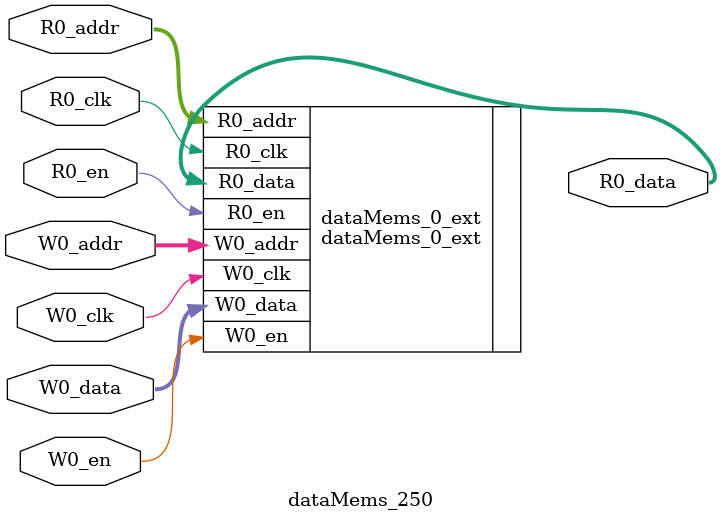
<source format=sv>
`ifndef RANDOMIZE
  `ifdef RANDOMIZE_REG_INIT
    `define RANDOMIZE
  `endif // RANDOMIZE_REG_INIT
`endif // not def RANDOMIZE
`ifndef RANDOMIZE
  `ifdef RANDOMIZE_MEM_INIT
    `define RANDOMIZE
  `endif // RANDOMIZE_MEM_INIT
`endif // not def RANDOMIZE

`ifndef RANDOM
  `define RANDOM $random
`endif // not def RANDOM

// Users can define 'PRINTF_COND' to add an extra gate to prints.
`ifndef PRINTF_COND_
  `ifdef PRINTF_COND
    `define PRINTF_COND_ (`PRINTF_COND)
  `else  // PRINTF_COND
    `define PRINTF_COND_ 1
  `endif // PRINTF_COND
`endif // not def PRINTF_COND_

// Users can define 'ASSERT_VERBOSE_COND' to add an extra gate to assert error printing.
`ifndef ASSERT_VERBOSE_COND_
  `ifdef ASSERT_VERBOSE_COND
    `define ASSERT_VERBOSE_COND_ (`ASSERT_VERBOSE_COND)
  `else  // ASSERT_VERBOSE_COND
    `define ASSERT_VERBOSE_COND_ 1
  `endif // ASSERT_VERBOSE_COND
`endif // not def ASSERT_VERBOSE_COND_

// Users can define 'STOP_COND' to add an extra gate to stop conditions.
`ifndef STOP_COND_
  `ifdef STOP_COND
    `define STOP_COND_ (`STOP_COND)
  `else  // STOP_COND
    `define STOP_COND_ 1
  `endif // STOP_COND
`endif // not def STOP_COND_

// Users can define INIT_RANDOM as general code that gets injected into the
// initializer block for modules with registers.
`ifndef INIT_RANDOM
  `define INIT_RANDOM
`endif // not def INIT_RANDOM

// If using random initialization, you can also define RANDOMIZE_DELAY to
// customize the delay used, otherwise 0.002 is used.
`ifndef RANDOMIZE_DELAY
  `define RANDOMIZE_DELAY 0.002
`endif // not def RANDOMIZE_DELAY

// Define INIT_RANDOM_PROLOG_ for use in our modules below.
`ifndef INIT_RANDOM_PROLOG_
  `ifdef RANDOMIZE
    `ifdef VERILATOR
      `define INIT_RANDOM_PROLOG_ `INIT_RANDOM
    `else  // VERILATOR
      `define INIT_RANDOM_PROLOG_ `INIT_RANDOM #`RANDOMIZE_DELAY begin end
    `endif // VERILATOR
  `else  // RANDOMIZE
    `define INIT_RANDOM_PROLOG_
  `endif // RANDOMIZE
`endif // not def INIT_RANDOM_PROLOG_

// Include register initializers in init blocks unless synthesis is set
`ifndef SYNTHESIS
  `ifndef ENABLE_INITIAL_REG_
    `define ENABLE_INITIAL_REG_
  `endif // not def ENABLE_INITIAL_REG_
`endif // not def SYNTHESIS

// Include rmemory initializers in init blocks unless synthesis is set
`ifndef SYNTHESIS
  `ifndef ENABLE_INITIAL_MEM_
    `define ENABLE_INITIAL_MEM_
  `endif // not def ENABLE_INITIAL_MEM_
`endif // not def SYNTHESIS

module dataMems_250(	// @[generators/ara/src/main/scala/UnsafeAXI4ToTL.scala:365:62]
  input  [4:0]  R0_addr,
  input         R0_en,
  input         R0_clk,
  output [66:0] R0_data,
  input  [4:0]  W0_addr,
  input         W0_en,
  input         W0_clk,
  input  [66:0] W0_data
);

  dataMems_0_ext dataMems_0_ext (	// @[generators/ara/src/main/scala/UnsafeAXI4ToTL.scala:365:62]
    .R0_addr (R0_addr),
    .R0_en   (R0_en),
    .R0_clk  (R0_clk),
    .R0_data (R0_data),
    .W0_addr (W0_addr),
    .W0_en   (W0_en),
    .W0_clk  (W0_clk),
    .W0_data (W0_data)
  );
endmodule


</source>
